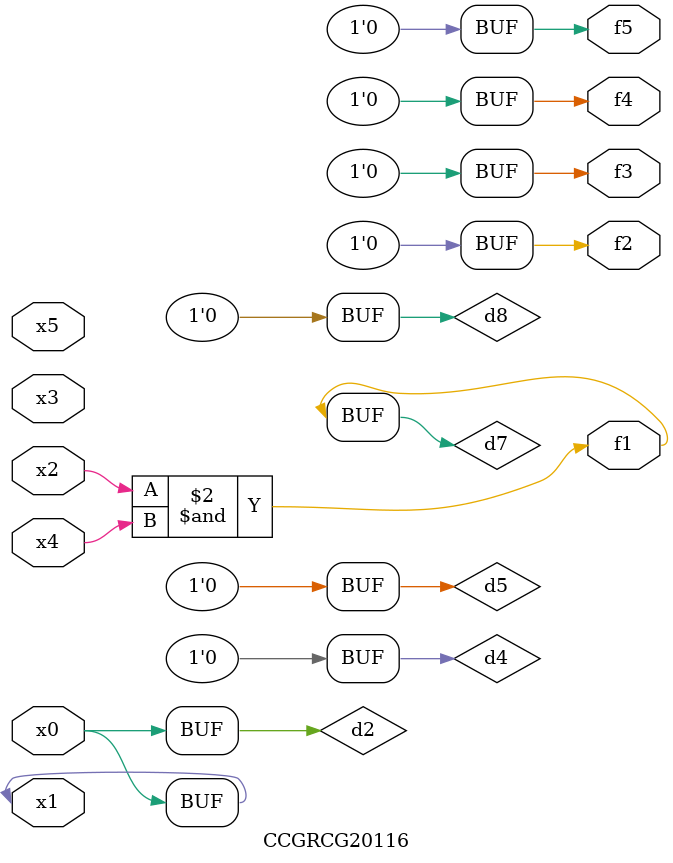
<source format=v>
module CCGRCG20116(
	input x0, x1, x2, x3, x4, x5,
	output f1, f2, f3, f4, f5
);

	wire d1, d2, d3, d4, d5, d6, d7, d8, d9;

	nand (d1, x1);
	buf (d2, x0, x1);
	nand (d3, x2, x4);
	and (d4, d1, d2);
	and (d5, d1, d2);
	nand (d6, d1, d3);
	not (d7, d3);
	xor (d8, d5);
	nor (d9, d5, d6);
	assign f1 = d7;
	assign f2 = d8;
	assign f3 = d8;
	assign f4 = d8;
	assign f5 = d8;
endmodule

</source>
